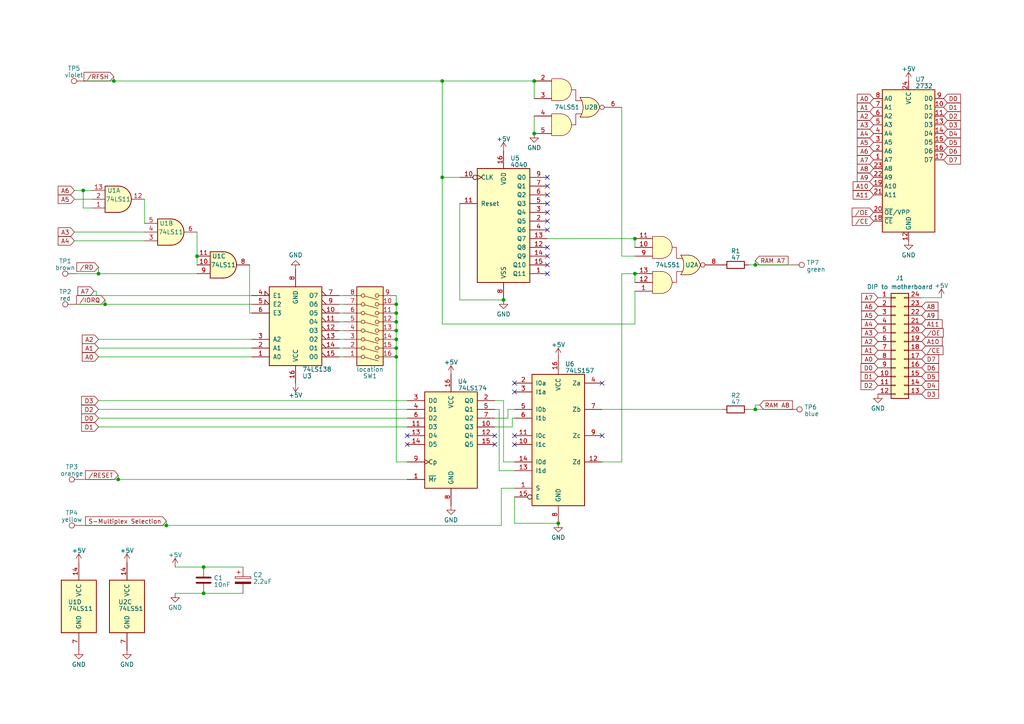
<source format=kicad_sch>
(kicad_sch (version 20230121) (generator eeschema)
  (paper "A4")
  (lib_symbols
    (symbol "4xxx:4040" (pin_names (offset 1.016))
      (property "Reference" "U" (at -7.62 16.51 0))
      (property "Value" "4040" (at -7.62 -19.05 0))
      (symbol "4040_1_0"
        (pin output line (at 12.7 -15.24 180) (length 5.08) (name "Q11") (number "1"))
        (pin input inverted_clock (at -12.7 12.7 0) (length 5.08) (name "CLK") (number "10"))
        (pin input line (at -12.7 5.08 0) (length 5.08) (name "Reset") (number "11"))
        (pin output line (at 12.7 -7.62 180) (length 5.08) (name "Q8") (number "12"))
        (pin output line (at 12.7 -5.08 180) (length 5.08) (name "Q7") (number "13"))
        (pin output line (at 12.7 -10.16 180) (length 5.08) (name "Q9") (number "14"))
        (pin output line (at 12.7 -12.7 180) (length 5.08) (name "Q10") (number "15"))
        (pin power_in line (at 0 20.32 270) (length 5.08) (name "VDD") (number "16"))
        (pin output line (at 12.7 0 180) (length 5.08) (name "Q5") (number "2"))
        (pin output line (at 12.7 2.54 180) (length 5.08) (name "Q4") (number "3"))
        (pin output line (at 12.7 -2.54 180) (length 5.08) (name "Q6") (number "4"))
        (pin output line (at 12.7 5.08 180) (length 5.08) (name "Q3") (number "5"))
        (pin output line (at 12.7 7.62 180) (length 5.08) (name "Q2") (number "6"))
        (pin output line (at 12.7 10.16 180) (length 5.08) (name "Q1") (number "7"))
        (pin power_in line (at 0 -22.86 90) (length 5.08) (name "VSS") (number "8"))
        (pin output line (at 12.7 12.7 180) (length 5.08) (name "Q0") (number "9"))
      )
      (symbol "4040_1_1"
        (rectangle (start -7.62 15.24) (end 7.62 -17.78) (stroke (width 0.254)) (fill (type background)))
      )
    )
    (symbol "74xx:74LS11" (pin_names (offset 1.016))
      (property "Reference" "U" (at 0 1.27 0))
      (property "Value" "74LS11" (at 0 -1.27 0))
      (symbol "74LS11_1_1"
        (arc (start 0 -3.81) (mid 3.7934 0) (end 0 3.81) (stroke (width 0.254)) (fill (type background)))
        (polyline (pts (xy 0 3.81) (xy -3.81 3.81) (xy -3.81 -3.81) (xy 0 -3.81)) (stroke (width 0.254)) (fill (type background)))
        (pin input line (at -7.62 2.54 0) (length 3.81) (name "~") (number "1"))
        (pin output line (at 7.62 0 180) (length 3.81) (name "~") (number "12"))
        (pin input line (at -7.62 -2.54 0) (length 3.81) (name "~") (number "13"))
        (pin input line (at -7.62 0 0) (length 3.81) (name "~") (number "2"))
      )
      (symbol "74LS11_1_2"
        (arc (start -3.81 -3.81) (mid -2.589 0) (end -3.81 3.81) (stroke (width 0.254)))
        (arc (start -0.6096 -3.81) (mid 2.1842 -2.5851) (end 3.81 0) (stroke (width 0.254)) (fill (type background)))
        (polyline (pts (xy -3.81 -3.81) (xy -0.635 -3.81)) (stroke (width 0.254)) (fill (type background)))
        (polyline (pts (xy -3.81 3.81) (xy -0.635 3.81)) (stroke (width 0.254)) (fill (type background)))
        (polyline (pts (xy -0.635 3.81) (xy -3.81 3.81) (xy -3.81 3.81) (xy -3.556 3.4036) (xy -3.0226 2.2606) (xy -2.6924 1.0414) (xy -2.6162 -0.254) (xy -2.7686 -1.4986) (xy -3.175 -2.7178) (xy -3.81 -3.81) (xy -3.81 -3.81) (xy -0.635 -3.81)) (stroke (width -25.4)) (fill (type background)))
        (arc (start 3.81 0) (mid 2.1915 2.5936) (end -0.6096 3.81) (stroke (width 0.254)) (fill (type background)))
        (pin input inverted (at -7.62 2.54 0) (length 4.318) (name "~") (number "1"))
        (pin output inverted (at 7.62 0 180) (length 3.81) (name "~") (number "12"))
        (pin input inverted (at -7.62 -2.54 0) (length 4.318) (name "~") (number "13"))
        (pin input inverted (at -7.62 0 0) (length 4.953) (name "~") (number "2"))
      )
      (symbol "74LS11_2_1"
        (arc (start 0 -3.81) (mid 3.7934 0) (end 0 3.81) (stroke (width 0.254)) (fill (type background)))
        (polyline (pts (xy 0 3.81) (xy -3.81 3.81) (xy -3.81 -3.81) (xy 0 -3.81)) (stroke (width 0.254)) (fill (type background)))
        (pin input line (at -7.62 2.54 0) (length 3.81) (name "~") (number "3"))
        (pin input line (at -7.62 0 0) (length 3.81) (name "~") (number "4"))
        (pin input line (at -7.62 -2.54 0) (length 3.81) (name "~") (number "5"))
        (pin output line (at 7.62 0 180) (length 3.81) (name "~") (number "6"))
      )
      (symbol "74LS11_2_2"
        (arc (start -3.81 -3.81) (mid -2.589 0) (end -3.81 3.81) (stroke (width 0.254)))
        (arc (start -0.6096 -3.81) (mid 2.1842 -2.5851) (end 3.81 0) (stroke (width 0.254)) (fill (type background)))
        (polyline (pts (xy -3.81 -3.81) (xy -0.635 -3.81)) (stroke (width 0.254)) (fill (type background)))
        (polyline (pts (xy -3.81 3.81) (xy -0.635 3.81)) (stroke (width 0.254)) (fill (type background)))
        (polyline (pts (xy -0.635 3.81) (xy -3.81 3.81) (xy -3.81 3.81) (xy -3.556 3.4036) (xy -3.0226 2.2606) (xy -2.6924 1.0414) (xy -2.6162 -0.254) (xy -2.7686 -1.4986) (xy -3.175 -2.7178) (xy -3.81 -3.81) (xy -3.81 -3.81) (xy -0.635 -3.81)) (stroke (width -25.4)) (fill (type background)))
        (arc (start 3.81 0) (mid 2.1915 2.5936) (end -0.6096 3.81) (stroke (width 0.254)) (fill (type background)))
        (pin input inverted (at -7.62 2.54 0) (length 4.318) (name "~") (number "3"))
        (pin input inverted (at -7.62 0 0) (length 4.953) (name "~") (number "4"))
        (pin input inverted (at -7.62 -2.54 0) (length 4.318) (name "~") (number "5"))
        (pin output inverted (at 7.62 0 180) (length 3.81) (name "~") (number "6"))
      )
      (symbol "74LS11_3_1"
        (arc (start 0 -3.81) (mid 3.7934 0) (end 0 3.81) (stroke (width 0.254)) (fill (type background)))
        (polyline (pts (xy 0 3.81) (xy -3.81 3.81) (xy -3.81 -3.81) (xy 0 -3.81)) (stroke (width 0.254)) (fill (type background)))
        (pin input line (at -7.62 0 0) (length 3.81) (name "~") (number "10"))
        (pin input line (at -7.62 -2.54 0) (length 3.81) (name "~") (number "11"))
        (pin output line (at 7.62 0 180) (length 3.81) (name "~") (number "8"))
        (pin input line (at -7.62 2.54 0) (length 3.81) (name "~") (number "9"))
      )
      (symbol "74LS11_3_2"
        (arc (start -3.81 -3.81) (mid -2.589 0) (end -3.81 3.81) (stroke (width 0.254)))
        (arc (start -0.6096 -3.81) (mid 2.1842 -2.5851) (end 3.81 0) (stroke (width 0.254)) (fill (type background)))
        (polyline (pts (xy -3.81 -3.81) (xy -0.635 -3.81)) (stroke (width 0.254)) (fill (type background)))
        (polyline (pts (xy -3.81 3.81) (xy -0.635 3.81)) (stroke (width 0.254)) (fill (type background)))
        (polyline (pts (xy -0.635 3.81) (xy -3.81 3.81) (xy -3.81 3.81) (xy -3.556 3.4036) (xy -3.0226 2.2606) (xy -2.6924 1.0414) (xy -2.6162 -0.254) (xy -2.7686 -1.4986) (xy -3.175 -2.7178) (xy -3.81 -3.81) (xy -3.81 -3.81) (xy -0.635 -3.81)) (stroke (width -25.4)) (fill (type background)))
        (arc (start 3.81 0) (mid 2.1915 2.5936) (end -0.6096 3.81) (stroke (width 0.254)) (fill (type background)))
        (pin input inverted (at -7.62 0 0) (length 4.953) (name "~") (number "10"))
        (pin input inverted (at -7.62 -2.54 0) (length 4.318) (name "~") (number "11"))
        (pin output inverted (at 7.62 0 180) (length 3.81) (name "~") (number "8"))
        (pin input inverted (at -7.62 2.54 0) (length 4.318) (name "~") (number "9"))
      )
      (symbol "74LS11_4_0"
        (pin power_in line (at 0 12.7 270) (length 5.08) (name "VCC") (number "14"))
        (pin power_in line (at 0 -12.7 90) (length 5.08) (name "GND") (number "7"))
      )
      (symbol "74LS11_4_1"
        (rectangle (start -5.08 7.62) (end 5.08 -7.62) (stroke (width 0.254)) (fill (type background)))
      )
    )
    (symbol "74xx:74LS138" (pin_names (offset 1.016))
      (property "Reference" "U" (at -7.62 11.43 0))
      (property "Value" "74LS138" (at -7.62 -13.97 0))
      (symbol "74LS138_1_0"
        (pin input line (at -12.7 7.62 0) (length 5.08) (name "A0") (number "1"))
        (pin output output_low (at 12.7 -5.08 180) (length 5.08) (name "O5") (number "10"))
        (pin output output_low (at 12.7 -2.54 180) (length 5.08) (name "O4") (number "11"))
        (pin output output_low (at 12.7 0 180) (length 5.08) (name "O3") (number "12"))
        (pin output output_low (at 12.7 2.54 180) (length 5.08) (name "O2") (number "13"))
        (pin output output_low (at 12.7 5.08 180) (length 5.08) (name "O1") (number "14"))
        (pin output output_low (at 12.7 7.62 180) (length 5.08) (name "O0") (number "15"))
        (pin power_in line (at 0 15.24 270) (length 5.08) (name "VCC") (number "16"))
        (pin input line (at -12.7 5.08 0) (length 5.08) (name "A1") (number "2"))
        (pin input line (at -12.7 2.54 0) (length 5.08) (name "A2") (number "3"))
        (pin input input_low (at -12.7 -10.16 0) (length 5.08) (name "E1") (number "4"))
        (pin input input_low (at -12.7 -7.62 0) (length 5.08) (name "E2") (number "5"))
        (pin input line (at -12.7 -5.08 0) (length 5.08) (name "E3") (number "6"))
        (pin output output_low (at 12.7 -10.16 180) (length 5.08) (name "O7") (number "7"))
        (pin power_in line (at 0 -17.78 90) (length 5.08) (name "GND") (number "8"))
        (pin output output_low (at 12.7 -7.62 180) (length 5.08) (name "O6") (number "9"))
      )
      (symbol "74LS138_1_1"
        (rectangle (start -7.62 10.16) (end 7.62 -12.7) (stroke (width 0.254)) (fill (type background)))
      )
    )
    (symbol "74xx:74LS157" (pin_names (offset 1.016))
      (property "Reference" "U" (at -7.62 19.05 0))
      (property "Value" "74LS157" (at -7.62 -21.59 0))
      (symbol "74LS157_1_0"
        (pin input line (at -12.7 -15.24 0) (length 5.08) (name "S") (number "1"))
        (pin input line (at -12.7 -2.54 0) (length 5.08) (name "I1c") (number "10"))
        (pin input line (at -12.7 0 0) (length 5.08) (name "I0c") (number "11"))
        (pin output line (at 12.7 -7.62 180) (length 5.08) (name "Zd") (number "12"))
        (pin input line (at -12.7 -10.16 0) (length 5.08) (name "I1d") (number "13"))
        (pin input line (at -12.7 -7.62 0) (length 5.08) (name "I0d") (number "14"))
        (pin input inverted (at -12.7 -17.78 0) (length 5.08) (name "E") (number "15"))
        (pin power_in line (at 0 22.86 270) (length 5.08) (name "VCC") (number "16"))
        (pin input line (at -12.7 15.24 0) (length 5.08) (name "I0a") (number "2"))
        (pin input line (at -12.7 12.7 0) (length 5.08) (name "I1a") (number "3"))
        (pin output line (at 12.7 15.24 180) (length 5.08) (name "Za") (number "4"))
        (pin input line (at -12.7 7.62 0) (length 5.08) (name "I0b") (number "5"))
        (pin input line (at -12.7 5.08 0) (length 5.08) (name "I1b") (number "6"))
        (pin output line (at 12.7 7.62 180) (length 5.08) (name "Zb") (number "7"))
        (pin power_in line (at 0 -25.4 90) (length 5.08) (name "GND") (number "8"))
        (pin output line (at 12.7 0 180) (length 5.08) (name "Zc") (number "9"))
      )
      (symbol "74LS157_1_1"
        (rectangle (start -7.62 17.78) (end 7.62 -20.32) (stroke (width 0.254)) (fill (type background)))
      )
    )
    (symbol "74xx:74LS174" (pin_names (offset 1.016))
      (property "Reference" "U" (at -7.62 13.97 0))
      (property "Value" "74LS174" (at -7.62 -16.51 0))
      (symbol "74LS174_1_0"
        (pin input line (at -12.7 -12.7 0) (length 5.08) (name "~{Mr}") (number "1"))
        (pin output line (at 12.7 2.54 180) (length 5.08) (name "Q3") (number "10"))
        (pin input line (at -12.7 2.54 0) (length 5.08) (name "D3") (number "11"))
        (pin output line (at 12.7 0 180) (length 5.08) (name "Q4") (number "12"))
        (pin input line (at -12.7 0 0) (length 5.08) (name "D4") (number "13"))
        (pin input line (at -12.7 -2.54 0) (length 5.08) (name "D5") (number "14"))
        (pin output line (at 12.7 -2.54 180) (length 5.08) (name "Q5") (number "15"))
        (pin power_in line (at 0 17.78 270) (length 5.08) (name "VCC") (number "16"))
        (pin output line (at 12.7 10.16 180) (length 5.08) (name "Q0") (number "2"))
        (pin input line (at -12.7 10.16 0) (length 5.08) (name "D0") (number "3"))
        (pin input line (at -12.7 7.62 0) (length 5.08) (name "D1") (number "4"))
        (pin output line (at 12.7 7.62 180) (length 5.08) (name "Q1") (number "5"))
        (pin input line (at -12.7 5.08 0) (length 5.08) (name "D2") (number "6"))
        (pin output line (at 12.7 5.08 180) (length 5.08) (name "Q2") (number "7"))
        (pin power_in line (at 0 -20.32 90) (length 5.08) (name "GND") (number "8"))
        (pin input clock (at -12.7 -7.62 0) (length 5.08) (name "Cp") (number "9"))
      )
      (symbol "74LS174_1_1"
        (rectangle (start -7.62 12.7) (end 7.62 -15.24) (stroke (width 0.254)) (fill (type background)))
      )
    )
    (symbol "74xx:74LS51" (pin_names (offset 1.016))
      (property "Reference" "U" (at -7.62 10.16 0))
      (property "Value" "74LS51" (at -7.62 -10.16 0))
      (symbol "74LS51_1_0"
        (arc (start -5.08 -8.255) (mid -1.9188 -5.08) (end -5.08 -1.905) (fill (type background)))
        (arc (start -5.08 1.905) (mid -1.9188 5.08) (end -5.08 8.255) (fill (type background)))
        (polyline (pts (xy -5.08 -1.905) (xy -7.62 -1.905) (xy -7.62 -8.255) (xy -5.08 -8.255)) (fill (type background)))
        (polyline (pts (xy -5.08 1.905) (xy -7.62 1.905) (xy -7.62 8.255) (xy -5.08 8.255)) (fill (type background)))
        (polyline (pts (xy -1.905 -5.08) (xy -0.635 -5.08) (xy -0.635 -1.905) (xy 1.016 -1.905)))
        (polyline (pts (xy -1.905 5.08) (xy -0.635 5.08) (xy -0.635 1.905) (xy 1.016 1.905)))
        (polyline (pts (xy 2.9718 2.8702) (xy 0.5842 2.8702) (xy 0.5842 2.8448) (xy 0.635 2.7432) (xy 0.7112 2.6416) (xy 0.762 2.54) (xy 0.8382 2.4384) (xy 0.889 2.3114) (xy 0.9652 2.2098) (xy 1.016 2.0828) (xy 1.0668 1.9812) (xy 1.1176 1.8542) (xy 1.1684 1.7526) (xy 1.2192 1.6256) (xy 1.2446 1.4986) (xy 1.2954 1.3716) (xy 1.3208 1.27) (xy 1.3462 1.143) (xy 1.3716 1.016) (xy 1.397 0.889) (xy 1.4224 0.762) (xy 1.4478 0.635) (xy 1.4478 0.508) (xy 1.4732 0.381) (xy 1.4732 0.254) (xy 1.4732 0.127) (xy 1.4732 0) (xy 1.4732 -0.127) (xy 1.4732 -0.254) (xy 1.4732 -0.381) (xy 1.4732 -0.508) (xy 1.4478 -0.635) (xy 1.4224 -0.762) (xy 1.397 -0.889) (xy 1.397 -1.016) (xy 1.3462 -1.143) (xy 1.3208 -1.2446) (xy 1.2954 -1.3716) (xy 1.2446 -1.4986) (xy 1.2192 -1.6256) (xy 1.1684 -1.7272) (xy 1.1176 -1.8542) (xy 1.0668 -1.9812) (xy 1.016 -2.0828) (xy 0.9652 -2.2098) (xy 0.9144 -2.3114) (xy 0.8636 -2.4384) (xy 0.7874 -2.54) (xy 0.7112 -2.6416) (xy 0.6604 -2.7432) (xy 0.5842 -2.8448) (xy 0.5842 -2.8448) (xy 2.9718 -2.8448)) (stroke (width 0.1778)) (fill (type background)))
        (arc (start 2.9718 -2.8448) (mid 5.0811 -1.9407) (end 6.2992 0) (stroke (width 0.1778)) (fill (type background)))
        (arc (start 6.2992 0) (mid 5.0781 1.9435) (end 2.9718 2.8702) (stroke (width 0.1778)) (fill (type background)))
        (circle (center 6.985 0) (radius 0.635))
        (pin input line (at -12.7 7.62 0) (length 5.08) (name "~") (number "1"))
        (pin input line (at -12.7 -5.08 0) (length 5.08) (name "~") (number "10"))
        (pin input line (at -12.7 -7.62 0) (length 5.08) (name "~") (number "11"))
        (pin input line (at -12.7 5.08 0) (length 5.08) (name "~") (number "12"))
        (pin input line (at -12.7 2.54 0) (length 5.08) (name "~") (number "13"))
        (pin output line (at 12.7 0 180) (length 5.08) (name "~") (number "8"))
        (pin input line (at -12.7 -2.54 0) (length 5.08) (name "~") (number "9"))
      )
      (symbol "74LS51_2_0"
        (arc (start -5.08 -8.255) (mid -1.9188 -5.08) (end -5.08 -1.905) (fill (type background)))
        (arc (start -5.08 1.905) (mid -1.9188 5.08) (end -5.08 8.255) (fill (type background)))
        (polyline (pts (xy -5.08 -1.905) (xy -7.62 -1.905) (xy -7.62 -8.255) (xy -5.08 -8.255)) (fill (type background)))
        (polyline (pts (xy -5.08 1.905) (xy -7.62 1.905) (xy -7.62 8.255) (xy -5.08 8.255)) (fill (type background)))
        (polyline (pts (xy -1.905 -5.08) (xy -0.635 -5.08) (xy -0.635 -1.905) (xy 1.016 -1.905)))
        (polyline (pts (xy -1.905 5.08) (xy -0.635 5.08) (xy -0.635 1.905) (xy 1.016 1.905)))
        (polyline (pts (xy 2.9718 2.8702) (xy 0.5842 2.8702) (xy 0.5842 2.8448) (xy 0.635 2.7432) (xy 0.7112 2.6416) (xy 0.762 2.54) (xy 0.8382 2.4384) (xy 0.889 2.3114) (xy 0.9652 2.2098) (xy 1.016 2.0828) (xy 1.0668 1.9812) (xy 1.1176 1.8542) (xy 1.1684 1.7526) (xy 1.2192 1.6256) (xy 1.2446 1.4986) (xy 1.2954 1.3716) (xy 1.3208 1.27) (xy 1.3462 1.143) (xy 1.3716 1.016) (xy 1.397 0.889) (xy 1.4224 0.762) (xy 1.4478 0.635) (xy 1.4478 0.508) (xy 1.4732 0.381) (xy 1.4732 0.254) (xy 1.4732 0.127) (xy 1.4732 0) (xy 1.4732 -0.127) (xy 1.4732 -0.254) (xy 1.4732 -0.381) (xy 1.4732 -0.508) (xy 1.4478 -0.635) (xy 1.4224 -0.762) (xy 1.397 -0.889) (xy 1.397 -1.016) (xy 1.3462 -1.143) (xy 1.3208 -1.2446) (xy 1.2954 -1.3716) (xy 1.2446 -1.4986) (xy 1.2192 -1.6256) (xy 1.1684 -1.7272) (xy 1.1176 -1.8542) (xy 1.0668 -1.9812) (xy 1.016 -2.0828) (xy 0.9652 -2.2098) (xy 0.9144 -2.3114) (xy 0.8636 -2.4384) (xy 0.7874 -2.54) (xy 0.7112 -2.6416) (xy 0.6604 -2.7432) (xy 0.5842 -2.8448) (xy 0.5842 -2.8448) (xy 2.9718 -2.8448)) (stroke (width 0.1778)) (fill (type background)))
        (arc (start 2.9718 -2.8448) (mid 5.0811 -1.9407) (end 6.2992 0) (stroke (width 0.1778)) (fill (type background)))
        (arc (start 6.2992 0) (mid 5.0781 1.9435) (end 2.9718 2.8702) (stroke (width 0.1778)) (fill (type background)))
        (circle (center 6.985 0) (radius 0.635))
        (pin input line (at -12.7 7.62 0) (length 5.08) (name "~") (number "2"))
        (pin input line (at -12.7 2.54 0) (length 5.08) (name "~") (number "3"))
        (pin input line (at -12.7 -2.54 0) (length 5.08) (name "~") (number "4"))
        (pin input line (at -12.7 -7.62 0) (length 5.08) (name "~") (number "5"))
        (pin output line (at 12.7 0 180) (length 5.08) (name "~") (number "6"))
      )
      (symbol "74LS51_3_0"
        (pin power_in line (at 0 12.7 270) (length 5.08) (name "VCC") (number "14"))
        (pin power_in line (at 0 -12.7 90) (length 5.08) (name "GND") (number "7"))
      )
      (symbol "74LS51_3_1"
        (rectangle (start -5.08 7.62) (end 5.08 -7.62) (stroke (width 0.254)) (fill (type background)))
      )
    )
    (symbol "Connector:TestPoint" (pin_numbers hide) (pin_names (offset 0.762) hide)
      (property "Reference" "TP" (at 0 6.858 0))
      (property "Value" "TestPoint" (at 0 5.08 0))
      (symbol "TestPoint_0_1"
        (circle (center 0 3.302) (radius 0.762))
      )
      (symbol "TestPoint_1_1"
        (pin passive line (at 0 0 90) (length 2.54) (name "1") (number "1"))
      )
    )
    (symbol "Connector_Generic:Conn_02x12_Counter_Clockwise" (pin_names (offset 1.016) hide)
      (property "Reference" "J" (at 1.27 15.24 0))
      (property "Value" "Conn_02x12_Counter_Clockwise" (at 1.27 -17.78 0))
      (symbol "Conn_02x12_Counter_Clockwise_1_1"
        (rectangle (start -1.27 -15.113) (end 0 -15.367) (stroke (width 0.1524)))
        (rectangle (start -1.27 -12.573) (end 0 -12.827) (stroke (width 0.1524)))
        (rectangle (start -1.27 -10.033) (end 0 -10.287) (stroke (width 0.1524)))
        (rectangle (start -1.27 -7.493) (end 0 -7.747) (stroke (width 0.1524)))
        (rectangle (start -1.27 -4.953) (end 0 -5.207) (stroke (width 0.1524)))
        (rectangle (start -1.27 -2.413) (end 0 -2.667) (stroke (width 0.1524)))
        (rectangle (start -1.27 0.127) (end 0 -0.127) (stroke (width 0.1524)))
        (rectangle (start -1.27 2.667) (end 0 2.413) (stroke (width 0.1524)))
        (rectangle (start -1.27 5.207) (end 0 4.953) (stroke (width 0.1524)))
        (rectangle (start -1.27 7.747) (end 0 7.493) (stroke (width 0.1524)))
        (rectangle (start -1.27 10.287) (end 0 10.033) (stroke (width 0.1524)))
        (rectangle (start -1.27 12.827) (end 0 12.573) (stroke (width 0.1524)))
        (rectangle (start -1.27 13.97) (end 3.81 -16.51) (stroke (width 0.254)) (fill (type background)))
        (rectangle (start 3.81 -15.113) (end 2.54 -15.367) (stroke (width 0.1524)))
        (rectangle (start 3.81 -12.573) (end 2.54 -12.827) (stroke (width 0.1524)))
        (rectangle (start 3.81 -10.033) (end 2.54 -10.287) (stroke (width 0.1524)))
        (rectangle (start 3.81 -7.493) (end 2.54 -7.747) (stroke (width 0.1524)))
        (rectangle (start 3.81 -4.953) (end 2.54 -5.207) (stroke (width 0.1524)))
        (rectangle (start 3.81 -2.413) (end 2.54 -2.667) (stroke (width 0.1524)))
        (rectangle (start 3.81 0.127) (end 2.54 -0.127) (stroke (width 0.1524)))
        (rectangle (start 3.81 2.667) (end 2.54 2.413) (stroke (width 0.1524)))
        (rectangle (start 3.81 5.207) (end 2.54 4.953) (stroke (width 0.1524)))
        (rectangle (start 3.81 7.747) (end 2.54 7.493) (stroke (width 0.1524)))
        (rectangle (start 3.81 10.287) (end 2.54 10.033) (stroke (width 0.1524)))
        (rectangle (start 3.81 12.827) (end 2.54 12.573) (stroke (width 0.1524)))
        (pin passive line (at -5.08 12.7 0) (length 3.81) (name "Pin_1") (number "1"))
        (pin passive line (at -5.08 -10.16 0) (length 3.81) (name "Pin_10") (number "10"))
        (pin passive line (at -5.08 -12.7 0) (length 3.81) (name "Pin_11") (number "11"))
        (pin passive line (at -5.08 -15.24 0) (length 3.81) (name "Pin_12") (number "12"))
        (pin passive line (at 7.62 -15.24 180) (length 3.81) (name "Pin_13") (number "13"))
        (pin passive line (at 7.62 -12.7 180) (length 3.81) (name "Pin_14") (number "14"))
        (pin passive line (at 7.62 -10.16 180) (length 3.81) (name "Pin_15") (number "15"))
        (pin passive line (at 7.62 -7.62 180) (length 3.81) (name "Pin_16") (number "16"))
        (pin passive line (at 7.62 -5.08 180) (length 3.81) (name "Pin_17") (number "17"))
        (pin passive line (at 7.62 -2.54 180) (length 3.81) (name "Pin_18") (number "18"))
        (pin passive line (at 7.62 0 180) (length 3.81) (name "Pin_19") (number "19"))
        (pin passive line (at -5.08 10.16 0) (length 3.81) (name "Pin_2") (number "2"))
        (pin passive line (at 7.62 2.54 180) (length 3.81) (name "Pin_20") (number "20"))
        (pin passive line (at 7.62 5.08 180) (length 3.81) (name "Pin_21") (number "21"))
        (pin passive line (at 7.62 7.62 180) (length 3.81) (name "Pin_22") (number "22"))
        (pin passive line (at 7.62 10.16 180) (length 3.81) (name "Pin_23") (number "23"))
        (pin passive line (at 7.62 12.7 180) (length 3.81) (name "Pin_24") (number "24"))
        (pin passive line (at -5.08 7.62 0) (length 3.81) (name "Pin_3") (number "3"))
        (pin passive line (at -5.08 5.08 0) (length 3.81) (name "Pin_4") (number "4"))
        (pin passive line (at -5.08 2.54 0) (length 3.81) (name "Pin_5") (number "5"))
        (pin passive line (at -5.08 0 0) (length 3.81) (name "Pin_6") (number "6"))
        (pin passive line (at -5.08 -2.54 0) (length 3.81) (name "Pin_7") (number "7"))
        (pin passive line (at -5.08 -5.08 0) (length 3.81) (name "Pin_8") (number "8"))
        (pin passive line (at -5.08 -7.62 0) (length 3.81) (name "Pin_9") (number "9"))
      )
    )
    (symbol "Device:C" (pin_numbers hide) (pin_names (offset 0.254))
      (property "Reference" "C" (at 0.635 2.54 0))
      (property "Value" "C" (at 0.635 -2.54 0))
      (symbol "C_0_1"
        (polyline (pts (xy -2.032 -0.762) (xy 2.032 -0.762)) (stroke (width 0.508)))
        (polyline (pts (xy -2.032 0.762) (xy 2.032 0.762)) (stroke (width 0.508)))
      )
      (symbol "C_1_1"
        (pin passive line (at 0 3.81 270) (length 2.794) (name "~") (number "1"))
        (pin passive line (at 0 -3.81 90) (length 2.794) (name "~") (number "2"))
      )
    )
    (symbol "Device:C_Polarized" (pin_numbers hide) (pin_names (offset 0.254))
      (property "Reference" "C" (at 0.635 2.54 0))
      (property "Value" "C_Polarized" (at 0.635 -2.54 0))
      (symbol "C_Polarized_0_1"
        (rectangle (start -2.286 0.508) (end 2.286 1.016))
        (polyline (pts (xy -1.778 2.286) (xy -0.762 2.286)))
        (polyline (pts (xy -1.27 2.794) (xy -1.27 1.778)))
        (rectangle (start 2.286 -0.508) (end -2.286 -1.016) (fill (type outline)))
      )
      (symbol "C_Polarized_1_1"
        (pin passive line (at 0 3.81 270) (length 2.794) (name "~") (number "1"))
        (pin passive line (at 0 -3.81 90) (length 2.794) (name "~") (number "2"))
      )
    )
    (symbol "Device:R" (pin_numbers hide) (pin_names (offset 0))
      (property "Reference" "R" (at 2.032 0 90))
      (property "Value" "R" (at 0 0 90))
      (symbol "R_0_1"
        (rectangle (start -1.016 -2.54) (end 1.016 2.54) (stroke (width 0.254)))
      )
      (symbol "R_1_1"
        (pin passive line (at 0 3.81 270) (length 1.27) (name "~") (number "1"))
        (pin passive line (at 0 -3.81 90) (length 1.27) (name "~") (number "2"))
      )
    )
    (symbol "Evan's parts:2732"
      (property "Reference" "U" (at -7.62 21.59 0))
      (property "Value" "2732" (at 2.54 -22.225 0))
      (symbol "2732_1_1"
        (rectangle (start -7.62 20.32) (end 7.62 -20.955) (stroke (width 0.254)) (fill (type background)))
        (pin input line (at -10.16 0 0) (length 2.54) (name "A7") (number "1"))
        (pin tri_state line (at 10.16 15.24 180) (length 2.54) (name "D1") (number "10"))
        (pin tri_state line (at 10.16 12.7 180) (length 2.54) (name "D2") (number "11"))
        (pin power_in line (at 0 -23.495 90) (length 2.54) (name "GND") (number "12"))
        (pin tri_state line (at 10.16 10.16 180) (length 2.54) (name "D3") (number "13"))
        (pin tri_state line (at 10.16 7.62 180) (length 2.54) (name "D4") (number "14"))
        (pin tri_state line (at 10.16 5.08 180) (length 2.54) (name "D5") (number "15"))
        (pin tri_state line (at 10.16 2.54 180) (length 2.54) (name "D6") (number "16"))
        (pin tri_state line (at 10.16 0 180) (length 2.54) (name "D7") (number "17"))
        (pin input line (at -10.16 -17.78 0) (length 2.54) (name "~{CE}") (number "18"))
        (pin input line (at -10.16 -7.62 0) (length 2.54) (name "A10") (number "19"))
        (pin input line (at -10.16 2.54 0) (length 2.54) (name "A6") (number "2"))
        (pin input line (at -10.16 -15.24 0) (length 2.54) (name "~{OE}/VPP") (number "20"))
        (pin input line (at -10.16 -10.16 0) (length 2.54) (name "A11") (number "21"))
        (pin input line (at -10.16 -5.08 0) (length 2.54) (name "A9") (number "22"))
        (pin input line (at -10.16 -2.54 0) (length 2.54) (name "A8") (number "23"))
        (pin power_in line (at 0 22.86 270) (length 2.54) (name "VCC") (number "24"))
        (pin input line (at -10.16 5.08 0) (length 2.54) (name "A5") (number "3"))
        (pin input line (at -10.16 7.62 0) (length 2.54) (name "A4") (number "4"))
        (pin input line (at -10.16 10.16 0) (length 2.54) (name "A3") (number "5"))
        (pin input line (at -10.16 12.7 0) (length 2.54) (name "A2") (number "6"))
        (pin input line (at -10.16 15.24 0) (length 2.54) (name "A1") (number "7"))
        (pin input line (at -10.16 17.78 0) (length 2.54) (name "A0") (number "8"))
        (pin tri_state line (at 10.16 17.78 180) (length 2.54) (name "D0") (number "9"))
      )
    )
    (symbol "Switch:SW_DIP_x08" (pin_names (offset 0) hide)
      (property "Reference" "SW" (at 0 13.97 0))
      (property "Value" "SW_DIP_x08" (at 0 -11.43 0))
      (symbol "SW_DIP_x08_0_0"
        (circle (center -2.032 -7.62) (radius 0.508))
        (circle (center -2.032 -5.08) (radius 0.508))
        (circle (center -2.032 -2.54) (radius 0.508))
        (circle (center -2.032 0) (radius 0.508))
        (circle (center -2.032 2.54) (radius 0.508))
        (circle (center -2.032 5.08) (radius 0.508))
        (circle (center -2.032 7.62) (radius 0.508))
        (circle (center -2.032 10.16) (radius 0.508))
        (polyline (pts (xy -1.524 -7.4676) (xy 2.3622 -6.4262)))
        (polyline (pts (xy -1.524 -4.9276) (xy 2.3622 -3.8862)))
        (polyline (pts (xy -1.524 -2.3876) (xy 2.3622 -1.3462)))
        (polyline (pts (xy -1.524 0.127) (xy 2.3622 1.1684)))
        (polyline (pts (xy -1.524 2.667) (xy 2.3622 3.7084)))
        (polyline (pts (xy -1.524 5.207) (xy 2.3622 6.2484)))
        (polyline (pts (xy -1.524 7.747) (xy 2.3622 8.7884)))
        (polyline (pts (xy -1.524 10.287) (xy 2.3622 11.3284)))
        (circle (center 2.032 -7.62) (radius 0.508))
        (circle (center 2.032 -5.08) (radius 0.508))
        (circle (center 2.032 -2.54) (radius 0.508))
        (circle (center 2.032 0) (radius 0.508))
        (circle (center 2.032 2.54) (radius 0.508))
        (circle (center 2.032 5.08) (radius 0.508))
        (circle (center 2.032 7.62) (radius 0.508))
        (circle (center 2.032 10.16) (radius 0.508))
      )
      (symbol "SW_DIP_x08_0_1"
        (rectangle (start -3.81 12.7) (end 3.81 -10.16) (stroke (width 0.254)) (fill (type background)))
      )
      (symbol "SW_DIP_x08_1_1"
        (pin passive line (at -7.62 10.16 0) (length 5.08) (name "~") (number "1"))
        (pin passive line (at 7.62 -5.08 180) (length 5.08) (name "~") (number "10"))
        (pin passive line (at 7.62 -2.54 180) (length 5.08) (name "~") (number "11"))
        (pin passive line (at 7.62 0 180) (length 5.08) (name "~") (number "12"))
        (pin passive line (at 7.62 2.54 180) (length 5.08) (name "~") (number "13"))
        (pin passive line (at 7.62 5.08 180) (length 5.08) (name "~") (number "14"))
        (pin passive line (at 7.62 7.62 180) (length 5.08) (name "~") (number "15"))
        (pin passive line (at 7.62 10.16 180) (length 5.08) (name "~") (number "16"))
        (pin passive line (at -7.62 7.62 0) (length 5.08) (name "~") (number "2"))
        (pin passive line (at -7.62 5.08 0) (length 5.08) (name "~") (number "3"))
        (pin passive line (at -7.62 2.54 0) (length 5.08) (name "~") (number "4"))
        (pin passive line (at -7.62 0 0) (length 5.08) (name "~") (number "5"))
        (pin passive line (at -7.62 -2.54 0) (length 5.08) (name "~") (number "6"))
        (pin passive line (at -7.62 -5.08 0) (length 5.08) (name "~") (number "7"))
        (pin passive line (at -7.62 -7.62 0) (length 5.08) (name "~") (number "8"))
        (pin passive line (at 7.62 -7.62 180) (length 5.08) (name "~") (number "9"))
      )
    )
    (symbol "power:+5V" (power) (pin_names (offset 0))
      (property "Value" "+5V" (at 0 3.556 0))
      (symbol "+5V_0_1"
        (polyline (pts (xy -0.762 1.27) (xy 0 2.54)))
        (polyline (pts (xy 0 0) (xy 0 2.54)))
        (polyline (pts (xy 0 2.54) (xy 0.762 1.27)))
      )
      (symbol "+5V_1_1"
        (pin power_in line (at 0 0 90) (length 0) hide (name "+5V") (number "1"))
      )
    )
    (symbol "power:GND" (power) (pin_names (offset 0))
      (property "Value" "GND" (at 0 -3.81 0))
      (symbol "GND_0_1"
        (polyline (pts (xy 0 0) (xy 0 -1.27) (xy 1.27 -1.27) (xy 0 -2.54) (xy -1.27 -1.27) (xy 0 -1.27)))
      )
      (symbol "GND_1_1"
        (pin power_in line (at 0 0 270) (length 0) hide (name "GND") (number "1"))
      )
    )
  )
  (junction (at 24.13 55.245))
  (junction (at 114.935 103.505))
  (junction (at 114.935 88.265))
  (junction (at 59.055 172.085))
  (junction (at 114.935 95.885))
  (junction (at 154.94 23.495))
  (junction (at 57.15 74.295))
  (junction (at 154.94 38.735))
  (junction (at 184.15 79.375))
  (junction (at 219.075 118.745))
  (junction (at 146.05 86.995))
  (junction (at 219.075 76.835))
  (junction (at 114.935 98.425))
  (junction (at 184.15 69.215))
  (junction (at 114.935 93.345))
  (junction (at 48.26 152.4))
  (junction (at 114.935 90.805))
  (junction (at 34.29 139.065))
  (junction (at 33.02 23.495))
  (junction (at 59.055 164.465))
  (junction (at 28.575 79.375))
  (junction (at 128.27 51.435))
  (junction (at 161.925 151.765))
  (junction (at 128.27 23.495))
  (junction (at 114.935 100.965))
  (junction (at 30.48 88.265))
  (no_connect (at 118.11 128.905))
  (no_connect (at 143.51 126.365))
  (no_connect (at 118.11 126.365))
  (no_connect (at 174.625 126.365))
  (no_connect (at 149.225 111.125))
  (no_connect (at 158.75 59.055))
  (no_connect (at 158.75 74.295))
  (no_connect (at 149.225 126.365))
  (no_connect (at 143.51 128.905))
  (no_connect (at 158.75 51.435))
  (no_connect (at 158.75 79.375))
  (no_connect (at 174.625 111.125))
  (no_connect (at 158.75 76.835))
  (no_connect (at 158.75 61.595))
  (no_connect (at 158.75 71.755))
  (no_connect (at 158.75 64.135))
  (no_connect (at 158.75 66.675))
  (no_connect (at 149.225 113.665))
  (no_connect (at 158.75 56.515))
  (no_connect (at 149.225 128.905))
  (no_connect (at 158.75 53.975))
  (wire (pts (xy 21.59 67.31) (xy 41.91 67.31)))
  (wire (pts (xy 99.695 93.345) (xy 98.425 93.345)))
  (wire (pts (xy 128.27 51.435) (xy 133.35 51.435)))
  (wire (pts (xy 33.02 23.495) (xy 128.27 23.495)))
  (wire (pts (xy 50.8 164.465) (xy 59.055 164.465)))
  (wire (pts (xy 72.39 90.805) (xy 73.025 90.805)))
  (wire (pts (xy 50.8 172.085) (xy 59.055 172.085)))
  (wire (pts (xy 99.695 88.265) (xy 98.425 88.265)))
  (wire (pts (xy 133.35 59.055) (xy 133.35 86.995)))
  (wire (pts (xy 158.75 69.215) (xy 184.15 69.215)))
  (wire (pts (xy 149.225 141.605) (xy 145.415 141.605)))
  (wire (pts (xy 149.225 136.525) (xy 144.78 136.525)))
  (wire (pts (xy 209.55 118.745) (xy 174.625 118.745)))
  (wire (pts (xy 219.075 117.475) (xy 219.075 118.745)))
  (wire (pts (xy 144.78 118.745) (xy 143.51 118.745)))
  (wire (pts (xy 21.59 55.245) (xy 24.13 55.245)))
  (wire (pts (xy 30.48 86.995) (xy 30.48 88.265)))
  (wire (pts (xy 149.225 121.285) (xy 148.59 121.285)))
  (wire (pts (xy 133.35 86.995) (xy 146.05 86.995)))
  (wire (pts (xy 27.305 84.455) (xy 27.94 84.455)))
  (wire (pts (xy 180.34 31.115) (xy 180.34 74.295)))
  (wire (pts (xy 48.26 151.13) (xy 48.26 152.4)))
  (wire (pts (xy 28.575 123.825) (xy 118.11 123.825)))
  (wire (pts (xy 220.345 117.475) (xy 219.075 117.475)))
  (wire (pts (xy 48.26 152.4) (xy 145.415 152.4)))
  (wire (pts (xy 219.075 75.565) (xy 219.075 76.835)))
  (wire (pts (xy 24.13 139.065) (xy 34.29 139.065)))
  (wire (pts (xy 24.13 60.325) (xy 24.13 55.245)))
  (wire (pts (xy 174.625 133.985) (xy 180.34 133.985)))
  (wire (pts (xy 114.935 100.965) (xy 114.935 103.505)))
  (wire (pts (xy 154.94 23.495) (xy 154.94 28.575)))
  (wire (pts (xy 30.48 88.265) (xy 73.025 88.265)))
  (wire (pts (xy 118.11 133.985) (xy 114.935 133.985)))
  (wire (pts (xy 27.94 84.455) (xy 27.94 85.725)))
  (wire (pts (xy 229.235 76.835) (xy 219.075 76.835)))
  (wire (pts (xy 114.935 103.505) (xy 114.935 133.985)))
  (wire (pts (xy 34.29 137.795) (xy 34.29 139.065)))
  (wire (pts (xy 184.15 69.215) (xy 184.15 71.755)))
  (wire (pts (xy 146.05 116.205) (xy 143.51 116.205)))
  (wire (pts (xy 22.225 88.265) (xy 30.48 88.265)))
  (wire (pts (xy 147.32 121.285) (xy 143.51 121.285)))
  (wire (pts (xy 128.27 93.98) (xy 184.15 93.98)))
  (wire (pts (xy 219.075 118.745) (xy 228.6 118.745)))
  (wire (pts (xy 34.29 139.065) (xy 118.11 139.065)))
  (wire (pts (xy 145.415 141.605) (xy 145.415 152.4)))
  (wire (pts (xy 28.575 77.47) (xy 28.575 79.375)))
  (wire (pts (xy 99.695 85.725) (xy 98.425 85.725)))
  (wire (pts (xy 219.075 76.835) (xy 217.17 76.835)))
  (wire (pts (xy 28.575 118.745) (xy 118.11 118.745)))
  (wire (pts (xy 219.075 118.745) (xy 217.17 118.745)))
  (wire (pts (xy 72.39 76.835) (xy 72.39 90.805)))
  (wire (pts (xy 99.695 100.965) (xy 98.425 100.965)))
  (wire (pts (xy 149.225 151.765) (xy 149.225 144.145)))
  (wire (pts (xy 148.59 123.825) (xy 143.51 123.825)))
  (wire (pts (xy 57.15 74.295) (xy 57.15 76.835)))
  (wire (pts (xy 99.695 98.425) (xy 98.425 98.425)))
  (wire (pts (xy 59.055 172.085) (xy 70.485 172.085)))
  (wire (pts (xy 146.05 133.985) (xy 146.05 116.205)))
  (wire (pts (xy 114.935 93.345) (xy 114.935 95.885)))
  (wire (pts (xy 21.59 69.85) (xy 41.91 69.85)))
  (wire (pts (xy 26.67 60.325) (xy 24.13 60.325)))
  (wire (pts (xy 128.27 51.435) (xy 128.27 93.98)))
  (wire (pts (xy 28.575 79.375) (xy 57.15 79.375)))
  (wire (pts (xy 99.695 90.805) (xy 98.425 90.805)))
  (wire (pts (xy 24.765 23.495) (xy 33.02 23.495)))
  (wire (pts (xy 114.935 90.805) (xy 114.935 93.345)))
  (wire (pts (xy 114.935 85.725) (xy 114.935 88.265)))
  (wire (pts (xy 27.94 85.725) (xy 73.025 85.725)))
  (wire (pts (xy 28.575 98.425) (xy 73.025 98.425)))
  (wire (pts (xy 180.34 79.375) (xy 184.15 79.375)))
  (wire (pts (xy 144.78 136.525) (xy 144.78 118.745)))
  (wire (pts (xy 99.695 95.885) (xy 98.425 95.885)))
  (wire (pts (xy 33.02 22.225) (xy 33.02 23.495)))
  (wire (pts (xy 114.935 95.885) (xy 114.935 98.425)))
  (wire (pts (xy 28.575 121.285) (xy 118.11 121.285)))
  (wire (pts (xy 28.575 100.965) (xy 73.025 100.965)))
  (wire (pts (xy 147.32 118.745) (xy 147.32 121.285)))
  (wire (pts (xy 154.94 33.655) (xy 154.94 38.735)))
  (wire (pts (xy 128.27 23.495) (xy 154.94 23.495)))
  (wire (pts (xy 24.13 152.4) (xy 48.26 152.4)))
  (wire (pts (xy 41.91 64.77) (xy 41.91 57.785)))
  (wire (pts (xy 114.935 88.265) (xy 114.935 90.805)))
  (wire (pts (xy 149.225 133.985) (xy 146.05 133.985)))
  (wire (pts (xy 24.13 55.245) (xy 26.67 55.245)))
  (wire (pts (xy 59.055 164.465) (xy 70.485 164.465)))
  (wire (pts (xy 273.05 86.36) (xy 267.335 86.36)))
  (wire (pts (xy 28.575 116.205) (xy 118.11 116.205)))
  (wire (pts (xy 149.225 118.745) (xy 147.32 118.745)))
  (wire (pts (xy 184.15 79.375) (xy 184.15 81.915)))
  (wire (pts (xy 148.59 121.285) (xy 148.59 123.825)))
  (wire (pts (xy 22.225 79.375) (xy 28.575 79.375)))
  (wire (pts (xy 28.575 103.505) (xy 73.025 103.505)))
  (wire (pts (xy 99.695 103.505) (xy 98.425 103.505)))
  (wire (pts (xy 184.15 74.295) (xy 180.34 74.295)))
  (wire (pts (xy 128.27 23.495) (xy 128.27 51.435)))
  (wire (pts (xy 57.15 74.295) (xy 57.15 67.31)))
  (wire (pts (xy 180.34 133.985) (xy 180.34 79.375)))
  (wire (pts (xy 184.15 93.98) (xy 184.15 84.455)))
  (wire (pts (xy 21.59 57.785) (xy 26.67 57.785)))
  (wire (pts (xy 161.925 151.765) (xy 149.225 151.765)))
  (wire (pts (xy 114.935 98.425) (xy 114.935 100.965)))
  (global_label "A5" (shape input) (at 254.635 91.44 180) (property "Intersheetrefs" "${INTERSHEET_REFS}" (effects hide)))
  (global_label "{slash}OE" (shape input) (at 253.365 61.595 180) (property "Intersheetrefs" "${INTERSHEET_REFS}" (effects hide)))
  (global_label "D4" (shape input) (at 267.335 111.76 0) (property "Intersheetrefs" "${INTERSHEET_REFS}" (effects hide)))
  (global_label "A11" (shape input) (at 253.365 56.515 180) (property "Intersheetrefs" "${INTERSHEET_REFS}" (effects hide)))
  (global_label "A5" (shape input) (at 21.59 57.785 180) (property "Intersheetrefs" "${INTERSHEET_REFS}" (effects hide)))
  (global_label "A3" (shape input) (at 253.365 36.195 180) (property "Intersheetrefs" "${INTERSHEET_REFS}" (effects hide)))
  (global_label "A9" (shape input) (at 253.365 51.435 180) (property "Intersheetrefs" "${INTERSHEET_REFS}" (effects hide)))
  (global_label "A6" (shape input) (at 253.365 43.815 180) (property "Intersheetrefs" "${INTERSHEET_REFS}" (effects hide)))
  (global_label "D5" (shape input) (at 273.685 41.275 0) (property "Intersheetrefs" "${INTERSHEET_REFS}" (effects hide)))
  (global_label "A7" (shape input) (at 27.305 84.455 180) (property "Intersheetrefs" "${INTERSHEET_REFS}" (effects hide)))
  (global_label "A0" (shape input) (at 28.575 103.505 180) (property "Intersheetrefs" "${INTERSHEET_REFS}" (effects hide)))
  (global_label "{slash}RD" (shape input) (at 28.575 77.47 180) (property "Intersheetrefs" "${INTERSHEET_REFS}" (effects hide)))
  (global_label "D0" (shape input) (at 254.635 106.68 180) (property "Intersheetrefs" "${INTERSHEET_REFS}" (effects hide)))
  (global_label "S-Multiplex Selection" (shape input) (at 48.26 151.13 180) (property "Intersheetrefs" "${INTERSHEET_REFS}" (effects hide)))
  (global_label "D7" (shape input) (at 267.335 104.14 0) (property "Intersheetrefs" "${INTERSHEET_REFS}" (effects hide)))
  (global_label "A9" (shape input) (at 267.335 91.44 0) (property "Intersheetrefs" "${INTERSHEET_REFS}" (effects hide)))
  (global_label "D1" (shape input) (at 28.575 123.825 180) (property "Intersheetrefs" "${INTERSHEET_REFS}" (effects hide)))
  (global_label "A7" (shape input) (at 254.635 86.36 180) (property "Intersheetrefs" "${INTERSHEET_REFS}" (effects hide)))
  (global_label "A10" (shape input) (at 253.365 53.975 180) (property "Intersheetrefs" "${INTERSHEET_REFS}" (effects hide)))
  (global_label "D0" (shape input) (at 273.685 28.575 0) (property "Intersheetrefs" "${INTERSHEET_REFS}" (effects hide)))
  (global_label "D2" (shape input) (at 28.575 118.745 180) (property "Intersheetrefs" "${INTERSHEET_REFS}" (effects hide)))
  (global_label "A3" (shape input) (at 254.635 96.52 180) (property "Intersheetrefs" "${INTERSHEET_REFS}" (effects hide)))
  (global_label "D0" (shape input) (at 28.575 121.285 180) (property "Intersheetrefs" "${INTERSHEET_REFS}" (effects hide)))
  (global_label "A2" (shape input) (at 28.575 98.425 180) (property "Intersheetrefs" "${INTERSHEET_REFS}" (effects hide)))
  (global_label "A10" (shape input) (at 267.335 99.06 0) (property "Intersheetrefs" "${INTERSHEET_REFS}" (effects hide)))
  (global_label "RAM A8" (shape input) (at 220.345 117.475 0) (property "Intersheetrefs" "${INTERSHEET_REFS}" (effects hide)))
  (global_label "A1" (shape input) (at 28.575 100.965 180) (property "Intersheetrefs" "${INTERSHEET_REFS}" (effects hide)))
  (global_label "A1" (shape input) (at 253.365 31.115 180) (property "Intersheetrefs" "${INTERSHEET_REFS}" (effects hide)))
  (global_label "A4" (shape input) (at 253.365 38.735 180) (property "Intersheetrefs" "${INTERSHEET_REFS}" (effects hide)))
  (global_label "{slash}OE" (shape input) (at 267.335 96.52 0) (property "Intersheetrefs" "${INTERSHEET_REFS}" (effects hide)))
  (global_label "A5" (shape input) (at 253.365 41.275 180) (property "Intersheetrefs" "${INTERSHEET_REFS}" (effects hide)))
  (global_label "A4" (shape input) (at 254.635 93.98 180) (property "Intersheetrefs" "${INTERSHEET_REFS}" (effects hide)))
  (global_label "A4" (shape input) (at 21.59 69.85 180) (property "Intersheetrefs" "${INTERSHEET_REFS}" (effects hide)))
  (global_label "A6" (shape input) (at 254.635 88.9 180) (property "Intersheetrefs" "${INTERSHEET_REFS}" (effects hide)))
  (global_label "D3" (shape input) (at 267.335 114.3 0) (property "Intersheetrefs" "${INTERSHEET_REFS}" (effects hide)))
  (global_label "D6" (shape input) (at 273.685 43.815 0) (property "Intersheetrefs" "${INTERSHEET_REFS}" (effects hide)))
  (global_label "{slash}RESET" (shape input) (at 34.29 137.795 180) (property "Intersheetrefs" "${INTERSHEET_REFS}" (effects hide)))
  (global_label "A1" (shape input) (at 254.635 101.6 180) (property "Intersheetrefs" "${INTERSHEET_REFS}" (effects hide)))
  (global_label "A11" (shape input) (at 267.335 93.98 0) (property "Intersheetrefs" "${INTERSHEET_REFS}" (effects hide)))
  (global_label "A8" (shape input) (at 267.335 88.9 0) (property "Intersheetrefs" "${INTERSHEET_REFS}" (effects hide)))
  (global_label "{slash}RFSH" (shape input) (at 33.02 22.225 180) (property "Intersheetrefs" "${INTERSHEET_REFS}" (effects hide)))
  (global_label "{slash}IORQ" (shape input) (at 30.48 86.995 180) (property "Intersheetrefs" "${INTERSHEET_REFS}" (effects hide)))
  (global_label "{slash}CE" (shape input) (at 253.365 64.135 180) (property "Intersheetrefs" "${INTERSHEET_REFS}" (effects hide)))
  (global_label "D5" (shape input) (at 267.335 109.22 0) (property "Intersheetrefs" "${INTERSHEET_REFS}" (effects hide)))
  (global_label "A7" (shape input) (at 253.365 46.355 180) (property "Intersheetrefs" "${INTERSHEET_REFS}" (effects hide)))
  (global_label "D4" (shape input) (at 273.685 38.735 0) (property "Intersheetrefs" "${INTERSHEET_REFS}" (effects hide)))
  (global_label "A6" (shape input) (at 21.59 55.245 180) (property "Intersheetrefs" "${INTERSHEET_REFS}" (effects hide)))
  (global_label "D3" (shape input) (at 273.685 36.195 0) (property "Intersheetrefs" "${INTERSHEET_REFS}" (effects hide)))
  (global_label "{slash}CE" (shape input) (at 267.335 101.6 0) (property "Intersheetrefs" "${INTERSHEET_REFS}" (effects hide)))
  (global_label "D1" (shape input) (at 273.685 31.115 0) (property "Intersheetrefs" "${INTERSHEET_REFS}" (effects hide)))
  (global_label "A2" (shape input) (at 253.365 33.655 180) (property "Intersheetrefs" "${INTERSHEET_REFS}" (effects hide)))
  (global_label "D6" (shape input) (at 267.335 106.68 0) (property "Intersheetrefs" "${INTERSHEET_REFS}" (effects hide)))
  (global_label "A0" (shape input) (at 254.635 104.14 180) (property "Intersheetrefs" "${INTERSHEET_REFS}" (effects hide)))
  (global_label "A8" (shape input) (at 253.365 48.895 180) (property "Intersheetrefs" "${INTERSHEET_REFS}" (effects hide)))
  (global_label "D1" (shape input) (at 254.635 109.22 180) (property "Intersheetrefs" "${INTERSHEET_REFS}" (effects hide)))
  (global_label "D7" (shape input) (at 273.685 46.355 0) (property "Intersheetrefs" "${INTERSHEET_REFS}" (effects hide)))
  (global_label "A2" (shape input) (at 254.635 99.06 180) (property "Intersheetrefs" "${INTERSHEET_REFS}" (effects hide)))
  (global_label "D3" (shape input) (at 28.575 116.205 180) (property "Intersheetrefs" "${INTERSHEET_REFS}" (effects hide)))
  (global_label "D2" (shape input) (at 254.635 111.76 180) (property "Intersheetrefs" "${INTERSHEET_REFS}" (effects hide)))
  (global_label "A3" (shape input) (at 21.59 67.31 180) (property "Intersheetrefs" "${INTERSHEET_REFS}" (effects hide)))
  (global_label "A0" (shape input) (at 253.365 28.575 180) (property "Intersheetrefs" "${INTERSHEET_REFS}" (effects hide)))
  (global_label "D2" (shape input) (at 273.685 33.655 0) (property "Intersheetrefs" "${INTERSHEET_REFS}" (effects hide)))
  (global_label "RAM A7" (shape input) (at 219.075 75.565 0) (property "Intersheetrefs" "${INTERSHEET_REFS}" (effects hide)))
  (symbol (lib_id "Connector:TestPoint") (at 228.6 118.745 270) (unit 1)
    (property "Reference" "TP6" (at 233.299 118.1013 90) (effects (justify left)))
    (property "Value" "blue" (at 233.299 120.0223 90) (effects (justify left)))
    (property "Footprint" "TestPoint:TestPoint_Plated_Hole_D2.0mm" (effects hide))
  )
  (symbol (lib_id "Device:C") (at 59.055 168.275 0) (unit 1)
    (property "Reference" "C1" (at 61.976 167.6313 0) (effects (justify left)))
    (property "Value" "10nF" (at 61.976 169.5523 0) (effects (justify left)))
    (property "Footprint" "Capacitor_THT:C_Disc_D4.3mm_W1.9mm_P5.00mm" (effects hide))
  )
  (symbol (lib_id "power:GND") (at 154.94 38.735 0) (mirror y) (unit 1)
    (property "Reference" "#PWR013" (effects hide))
    (property "Value" "GND" (at 154.94 42.8705 0))
  )
  (symbol (lib_id "power:GND") (at 50.8 172.085 0) (unit 1)
    (property "Reference" "#PWR06" (effects hide))
    (property "Value" "GND" (at 50.8 176.2205 0))
  )
  (symbol (lib_id "power:GND") (at 161.925 151.765 0) (unit 1)
    (property "Reference" "#PWR015" (effects hide))
    (property "Value" "GND" (at 161.925 155.9005 0))
  )
  (symbol (lib_id "Connector:TestPoint") (at 22.225 88.265 90) (unit 1)
    (property "Reference" "TP2" (at 18.923 84.6201 90))
    (property "Value" "red" (at 18.923 86.5411 90))
    (property "Footprint" "TestPoint:TestPoint_Plated_Hole_D2.0mm" (effects hide))
  )
  (symbol (lib_id "Connector:TestPoint") (at 24.13 152.4 90) (unit 1)
    (property "Reference" "TP4" (at 20.828 148.7551 90))
    (property "Value" "yellow" (at 20.828 150.6761 90))
    (property "Footprint" "TestPoint:TestPoint_Plated_Hole_D2.0mm" (effects hide))
  )
  (symbol (lib_id "power:+5V") (at 273.05 86.36 0) (unit 1)
    (property "Reference" "#PWR019" (effects hide))
    (property "Value" "+5V" (at 273.05 82.8581 0))
  )
  (symbol (lib_id "4xxx:4040") (at 146.05 64.135 0) (unit 1)
    (property "Reference" "U5" (at 148.0059 45.8851 0) (effects (justify left)))
    (property "Value" "4040" (at 148.0059 47.8061 0) (effects (justify left)))
    (property "Footprint" "Package_DIP:DIP-16_W7.62mm" (effects hide))
    (property "Datasheet" "http://www.intersil.com/content/dam/Intersil/documents/cd40/cd4020bms-24bms-40bms.pdf" (effects hide))
  )
  (symbol (lib_id "power:GND") (at 85.725 78.105 0) (mirror x) (unit 1)
    (property "Reference" "#PWR07" (effects hide))
    (property "Value" "GND" (at 85.725 73.9695 0))
  )
  (symbol (lib_id "Connector:TestPoint") (at 22.225 79.375 90) (unit 1)
    (property "Reference" "TP1" (at 18.923 75.7301 90))
    (property "Value" "brown" (at 18.923 77.6511 90))
    (property "Footprint" "TestPoint:TestPoint_Plated_Hole_D2.0mm" (effects hide))
  )
  (symbol (lib_id "Connector_Generic:Conn_02x12_Counter_Clockwise") (at 259.715 99.06 0) (unit 1)
    (property "Reference" "J1" (at 260.985 80.645 0))
    (property "Value" "DIP to motherboard" (at 260.985 83.185 0))
    (property "Footprint" "Package_DIP:DIP-24_W15.24mm" (effects hide))
  )
  (symbol (lib_id "74xx:74LS51") (at 196.85 76.835 0) (mirror x) (unit 1)
    (property "Reference" "U2" (at 200.66 76.835 0))
    (property "Value" "74LS51" (at 193.675 76.835 0))
    (property "Footprint" "Package_DIP:DIP-14_W7.62mm" (effects hide))
    (property "Datasheet" "http://www.ti.com/lit/ds/symlink/sn74ls51.pdf" (effects hide))
  )
  (symbol (lib_id "power:+5V") (at 146.05 43.815 0) (unit 1)
    (property "Reference" "#PWR011" (effects hide))
    (property "Value" "+5V" (at 146.05 40.3131 0))
  )
  (symbol (lib_id "Connector:TestPoint") (at 24.13 139.065 90) (unit 1)
    (property "Reference" "TP3" (at 20.828 135.4201 90))
    (property "Value" "orange" (at 20.828 137.3411 90))
    (property "Footprint" "TestPoint:TestPoint_Plated_Hole_D2.0mm" (effects hide))
  )
  (symbol (lib_id "Device:R") (at 213.36 76.835 90) (unit 1)
    (property "Reference" "R1" (at 213.36 72.8091 90))
    (property "Value" "47" (at 213.36 74.7301 90))
    (property "Footprint" "Resistor_THT:R_Axial_DIN0207_L6.3mm_D2.5mm_P10.16mm_Horizontal" (effects hide))
  )
  (symbol (lib_id "Evan's parts:2732") (at 263.525 46.355 0) (unit 1)
    (property "Reference" "U7" (at 265.4809 23.0251 0) (effects (justify left)))
    (property "Value" "2732" (at 265.4809 24.9461 0) (effects (justify left)))
    (property "Footprint" "Package_DIP:DIP-24_W15.24mm" (effects hide))
    (property "Datasheet" "https://downloads.reactivemicro.com/Electronics/ROM/2732%20EPROM.pdf" (effects hide))
  )
  (symbol (lib_id "power:+5V") (at 263.525 23.495 0) (unit 1)
    (property "Reference" "#PWR017" (effects hide))
    (property "Value" "+5V" (at 263.525 19.9931 0))
  )
  (symbol (lib_id "Connector:TestPoint") (at 229.235 76.835 270) (unit 1)
    (property "Reference" "TP7" (at 233.934 76.1913 90) (effects (justify left)))
    (property "Value" "green" (at 233.934 78.1123 90) (effects (justify left)))
    (property "Footprint" "TestPoint:TestPoint_Plated_Hole_D2.0mm" (effects hide))
  )
  (symbol (lib_id "power:GND") (at 263.525 69.85 0) (unit 1)
    (property "Reference" "#PWR018" (effects hide))
    (property "Value" "GND" (at 263.525 73.9855 0))
  )
  (symbol (lib_id "power:GND") (at 22.86 188.595 0) (unit 1)
    (property "Reference" "#PWR02" (effects hide))
    (property "Value" "GND" (at 22.86 192.7305 0))
  )
  (symbol (lib_id "power:+5V") (at 36.83 163.195 0) (unit 1)
    (property "Reference" "#PWR03" (effects hide))
    (property "Value" "+5V" (at 36.83 159.6931 0))
  )
  (symbol (lib_id "power:+5V") (at 161.925 103.505 0) (unit 1)
    (property "Reference" "#PWR014" (effects hide))
    (property "Value" "+5V" (at 161.925 100.0031 0))
  )
  (symbol (lib_id "power:+5V") (at 85.725 111.125 0) (mirror x) (unit 1)
    (property "Reference" "#PWR08" (effects hide))
    (property "Value" "+5V" (at 85.725 114.6269 0))
  )
  (symbol (lib_id "Connector:TestPoint") (at 24.765 23.495 90) (unit 1)
    (property "Reference" "TP5" (at 21.463 19.8501 90))
    (property "Value" "violet" (at 21.463 21.7711 90))
    (property "Footprint" "TestPoint:TestPoint_Plated_Hole_D2.0mm" (effects hide))
  )
  (symbol (lib_id "74xx:74LS157") (at 161.925 126.365 0) (unit 1)
    (property "Reference" "U6" (at 163.8809 105.5751 0) (effects (justify left)))
    (property "Value" "74LS157" (at 163.8809 107.4961 0) (effects (justify left)))
    (property "Footprint" "Package_DIP:DIP-16_W7.62mm" (effects hide))
    (property "Datasheet" "http://www.ti.com/lit/gpn/sn74LS157" (effects hide))
  )
  (symbol (lib_id "Device:C_Polarized") (at 70.485 168.275 0) (unit 1)
    (property "Reference" "C2" (at 73.406 166.7423 0) (effects (justify left)))
    (property "Value" "2.2uF" (at 73.406 168.6633 0) (effects (justify left)))
    (property "Footprint" "Capacitor_THT:C_Disc_D4.3mm_W1.9mm_P5.00mm" (effects hide))
  )
  (symbol (lib_id "power:GND") (at 36.83 188.595 0) (unit 1)
    (property "Reference" "#PWR04" (effects hide))
    (property "Value" "GND" (at 36.83 192.7305 0))
  )
  (symbol (lib_id "power:+5V") (at 50.8 164.465 0) (unit 1)
    (property "Reference" "#PWR05" (effects hide))
    (property "Value" "+5V" (at 50.8 160.9631 0))
  )
  (symbol (lib_id "Switch:SW_DIP_x08") (at 107.315 93.345 0) (mirror x) (unit 1)
    (property "Reference" "SW1" (at 107.315 109.0549 0))
    (property "Value" "location" (at 107.315 107.1339 0))
    (property "Footprint" "Button_Switch_THT:SW_DIP_SPSTx08_Slide_9.78x22.5mm_W7.62mm_P2.54mm" (effects hide))
  )
  (symbol (lib_id "74xx:74LS11") (at 34.29 57.785 0) (mirror x) (unit 1)
    (property "Reference" "U1" (at 33.02 55.245 0))
    (property "Value" "74LS11" (at 34.29 57.785 0))
    (property "Footprint" "Package_DIP:DIP-14_W7.62mm" (effects hide))
    (property "Datasheet" "http://www.ti.com/lit/gpn/sn74LS11" (effects hide))
  )
  (symbol (lib_id "74xx:74LS51") (at 167.64 31.115 0) (unit 2)
    (property "Reference" "U2" (at 171.45 31.115 0))
    (property "Value" "74LS51" (at 164.465 31.115 0))
    (property "Footprint" "Package_DIP:DIP-14_W7.62mm" (effects hide))
    (property "Datasheet" "http://www.ti.com/lit/ds/symlink/sn74ls51.pdf" (effects hide))
  )
  (symbol (lib_id "74xx:74LS138") (at 85.725 95.885 0) (mirror x) (unit 1)
    (property "Reference" "U3" (at 87.6809 109.0549 0) (effects (justify left)))
    (property "Value" "74LS138" (at 87.6809 107.1339 0) (effects (justify left)))
    (property "Footprint" "Package_DIP:DIP-16_W7.62mm" (effects hide))
    (property "Datasheet" "http://www.ti.com/lit/gpn/sn74LS138" (effects hide))
  )
  (symbol (lib_id "74xx:74LS11") (at 49.53 67.31 0) (mirror x) (unit 2)
    (property "Reference" "U1" (at 48.26 64.77 0))
    (property "Value" "74LS11" (at 49.53 67.31 0))
    (property "Footprint" "Package_DIP:DIP-14_W7.62mm" (effects hide))
    (property "Datasheet" "http://www.ti.com/lit/gpn/sn74LS11" (effects hide))
  )
  (symbol (lib_id "Device:R") (at 213.36 118.745 90) (unit 1)
    (property "Reference" "R2" (at 213.36 114.7191 90))
    (property "Value" "47" (at 213.36 116.6401 90))
    (property "Footprint" "Resistor_THT:R_Axial_DIN0207_L6.3mm_D2.5mm_P10.16mm_Horizontal" (effects hide))
  )
  (symbol (lib_id "power:+5V") (at 130.81 108.585 0) (unit 1)
    (property "Reference" "#PWR09" (effects hide))
    (property "Value" "+5V" (at 130.81 105.0831 0))
  )
  (symbol (lib_id "power:+5V") (at 22.86 163.195 0) (unit 1)
    (property "Reference" "#PWR01" (effects hide))
    (property "Value" "+5V" (at 22.86 159.6931 0))
  )
  (symbol (lib_id "power:GND") (at 130.81 146.685 0) (unit 1)
    (property "Reference" "#PWR010" (effects hide))
    (property "Value" "GND" (at 130.81 150.8205 0))
  )
  (symbol (lib_id "74xx:74LS11") (at 64.77 76.835 0) (mirror x) (unit 3)
    (property "Reference" "U1" (at 63.5 74.295 0))
    (property "Value" "74LS11" (at 64.77 76.835 0))
    (property "Footprint" "Package_DIP:DIP-14_W7.62mm" (effects hide))
    (property "Datasheet" "http://www.ti.com/lit/gpn/sn74LS11" (effects hide))
  )
  (symbol (lib_id "power:GND") (at 146.05 86.995 0) (unit 1)
    (property "Reference" "#PWR012" (effects hide))
    (property "Value" "GND" (at 146.05 91.1305 0))
  )
  (symbol (lib_id "power:GND") (at 254.635 114.3 0) (unit 1)
    (property "Reference" "#PWR016" (effects hide))
    (property "Value" "GND" (at 254.635 118.4355 0))
  )
  (symbol (lib_id "74xx:74LS174") (at 130.81 126.365 0) (unit 1)
    (property "Reference" "U4" (at 132.7659 110.6551 0) (effects (justify left)))
    (property "Value" "74LS174" (at 132.7659 112.5761 0) (effects (justify left)))
    (property "Footprint" "Package_DIP:DIP-16_W7.62mm" (effects hide))
    (property "Datasheet" "http://www.ti.com/lit/gpn/sn74LS174" (effects hide))
  )
  (symbol (lib_id "74xx:74LS51") (at 36.83 175.895 0) (unit 3)
    (property "Reference" "U2" (at 34.29 174.609 0) (effects (justify left)))
    (property "Value" "74LS51" (at 34.29 176.53 0) (effects (justify left)))
    (property "Footprint" "Package_DIP:DIP-14_W7.62mm" (effects hide))
    (property "Datasheet" "http://www.ti.com/lit/ds/symlink/sn74ls51.pdf" (effects hide))
  )
  (symbol (lib_id "74xx:74LS11") (at 22.86 175.895 0) (unit 4)
    (property "Reference" "U1" (at 19.685 174.609 0) (effects (justify left)))
    (property "Value" "74LS11" (at 19.685 176.53 0) (effects (justify left)))
    (property "Footprint" "Package_DIP:DIP-14_W7.62mm" (effects hide))
    (property "Datasheet" "http://www.ti.com/lit/gpn/sn74LS11" (effects hide))
  )
)
</source>
